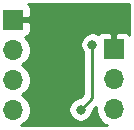
<source format=gbr>
%TF.GenerationSoftware,KiCad,Pcbnew,5.1.10-88a1d61d58~88~ubuntu20.04.1*%
%TF.CreationDate,2021-05-09T11:48:46+02:00*%
%TF.ProjectId,poti_hack,706f7469-5f68-4616-936b-2e6b69636164,rev?*%
%TF.SameCoordinates,Original*%
%TF.FileFunction,Copper,L2,Bot*%
%TF.FilePolarity,Positive*%
%FSLAX46Y46*%
G04 Gerber Fmt 4.6, Leading zero omitted, Abs format (unit mm)*
G04 Created by KiCad (PCBNEW 5.1.10-88a1d61d58~88~ubuntu20.04.1) date 2021-05-09 11:48:46*
%MOMM*%
%LPD*%
G01*
G04 APERTURE LIST*
%TA.AperFunction,ComponentPad*%
%ADD10R,1.700000X1.700000*%
%TD*%
%TA.AperFunction,ComponentPad*%
%ADD11O,1.700000X1.700000*%
%TD*%
%TA.AperFunction,ViaPad*%
%ADD12C,0.800000*%
%TD*%
%TA.AperFunction,Conductor*%
%ADD13C,0.250000*%
%TD*%
%TA.AperFunction,Conductor*%
%ADD14C,0.254000*%
%TD*%
%TA.AperFunction,Conductor*%
%ADD15C,0.100000*%
%TD*%
G04 APERTURE END LIST*
D10*
%TO.P,J1,1*%
%TO.N,GND*%
X145400000Y-132000000D03*
D11*
%TO.P,J1,2*%
%TO.N,+3V3*%
X145400000Y-134540000D03*
%TO.P,J1,3*%
%TO.N,Net-(J1-Pad3)*%
X145400000Y-137080000D03*
%TO.P,J1,4*%
%TO.N,Net-(J1-Pad4)*%
X145400000Y-139620000D03*
%TD*%
D10*
%TO.P,J2,1*%
%TO.N,GND*%
X153900000Y-134500000D03*
D11*
%TO.P,J2,2*%
%TO.N,Net-(J2-Pad2)*%
X153900000Y-137040000D03*
%TO.P,J2,3*%
%TO.N,Net-(J2-Pad3)*%
X153900000Y-139580000D03*
%TD*%
D12*
%TO.N,+3V3*%
X151100000Y-139600000D03*
X152100000Y-134100000D03*
%TO.N,GND*%
X149000000Y-133400000D03*
%TD*%
D13*
%TO.N,+3V3*%
X152100000Y-138600000D02*
X152100000Y-134100000D01*
X151100000Y-139600000D02*
X152100000Y-138600000D01*
%TD*%
D14*
%TO.N,GND*%
X155240000Y-133246112D02*
X155201185Y-133198815D01*
X155104494Y-133119463D01*
X154994180Y-133060498D01*
X154874482Y-133024188D01*
X154750000Y-133011928D01*
X154185750Y-133015000D01*
X154027000Y-133173750D01*
X154027000Y-134373000D01*
X154047000Y-134373000D01*
X154047000Y-134627000D01*
X154027000Y-134627000D01*
X154027000Y-134647000D01*
X153773000Y-134647000D01*
X153773000Y-134627000D01*
X153753000Y-134627000D01*
X153753000Y-134373000D01*
X153773000Y-134373000D01*
X153773000Y-133173750D01*
X153614250Y-133015000D01*
X153050000Y-133011928D01*
X152925518Y-133024188D01*
X152805820Y-133060498D01*
X152695506Y-133119463D01*
X152605734Y-133193137D01*
X152590256Y-133182795D01*
X152401898Y-133104774D01*
X152201939Y-133065000D01*
X151998061Y-133065000D01*
X151798102Y-133104774D01*
X151609744Y-133182795D01*
X151440226Y-133296063D01*
X151296063Y-133440226D01*
X151182795Y-133609744D01*
X151104774Y-133798102D01*
X151065000Y-133998061D01*
X151065000Y-134201939D01*
X151104774Y-134401898D01*
X151182795Y-134590256D01*
X151296063Y-134759774D01*
X151340001Y-134803712D01*
X151340000Y-138285198D01*
X151060199Y-138565000D01*
X150998061Y-138565000D01*
X150798102Y-138604774D01*
X150609744Y-138682795D01*
X150440226Y-138796063D01*
X150296063Y-138940226D01*
X150182795Y-139109744D01*
X150104774Y-139298102D01*
X150065000Y-139498061D01*
X150065000Y-139701939D01*
X150104774Y-139901898D01*
X150182795Y-140090256D01*
X150296063Y-140259774D01*
X150440226Y-140403937D01*
X150609744Y-140517205D01*
X150798102Y-140595226D01*
X150998061Y-140635000D01*
X151201939Y-140635000D01*
X151401898Y-140595226D01*
X151590256Y-140517205D01*
X151759774Y-140403937D01*
X151903937Y-140259774D01*
X152017205Y-140090256D01*
X152095226Y-139901898D01*
X152135000Y-139701939D01*
X152135000Y-139639801D01*
X152433359Y-139341443D01*
X152415000Y-139433740D01*
X152415000Y-139726260D01*
X152472068Y-140013158D01*
X152584010Y-140283411D01*
X152746525Y-140526632D01*
X152953368Y-140733475D01*
X153196589Y-140895990D01*
X153302839Y-140940000D01*
X146093730Y-140940000D01*
X146103411Y-140935990D01*
X146346632Y-140773475D01*
X146553475Y-140566632D01*
X146715990Y-140323411D01*
X146827932Y-140053158D01*
X146885000Y-139766260D01*
X146885000Y-139473740D01*
X146827932Y-139186842D01*
X146715990Y-138916589D01*
X146553475Y-138673368D01*
X146346632Y-138466525D01*
X146172240Y-138350000D01*
X146346632Y-138233475D01*
X146553475Y-138026632D01*
X146715990Y-137783411D01*
X146827932Y-137513158D01*
X146885000Y-137226260D01*
X146885000Y-136933740D01*
X146827932Y-136646842D01*
X146715990Y-136376589D01*
X146553475Y-136133368D01*
X146346632Y-135926525D01*
X146172240Y-135810000D01*
X146346632Y-135693475D01*
X146553475Y-135486632D01*
X146715990Y-135243411D01*
X146827932Y-134973158D01*
X146885000Y-134686260D01*
X146885000Y-134393740D01*
X146827932Y-134106842D01*
X146715990Y-133836589D01*
X146553475Y-133593368D01*
X146421620Y-133461513D01*
X146494180Y-133439502D01*
X146604494Y-133380537D01*
X146701185Y-133301185D01*
X146780537Y-133204494D01*
X146839502Y-133094180D01*
X146875812Y-132974482D01*
X146888072Y-132850000D01*
X146885000Y-132285750D01*
X146726250Y-132127000D01*
X145527000Y-132127000D01*
X145527000Y-132147000D01*
X145273000Y-132147000D01*
X145273000Y-132127000D01*
X145253000Y-132127000D01*
X145253000Y-131873000D01*
X145273000Y-131873000D01*
X145273000Y-131853000D01*
X145527000Y-131853000D01*
X145527000Y-131873000D01*
X146726250Y-131873000D01*
X146885000Y-131714250D01*
X146888072Y-131150000D01*
X146875812Y-131025518D01*
X146839502Y-130905820D01*
X146780537Y-130795506D01*
X146701185Y-130698815D01*
X146653889Y-130660000D01*
X155240000Y-130660000D01*
X155240000Y-133246112D01*
%TA.AperFunction,Conductor*%
D15*
G36*
X155240000Y-133246112D02*
G01*
X155201185Y-133198815D01*
X155104494Y-133119463D01*
X154994180Y-133060498D01*
X154874482Y-133024188D01*
X154750000Y-133011928D01*
X154185750Y-133015000D01*
X154027000Y-133173750D01*
X154027000Y-134373000D01*
X154047000Y-134373000D01*
X154047000Y-134627000D01*
X154027000Y-134627000D01*
X154027000Y-134647000D01*
X153773000Y-134647000D01*
X153773000Y-134627000D01*
X153753000Y-134627000D01*
X153753000Y-134373000D01*
X153773000Y-134373000D01*
X153773000Y-133173750D01*
X153614250Y-133015000D01*
X153050000Y-133011928D01*
X152925518Y-133024188D01*
X152805820Y-133060498D01*
X152695506Y-133119463D01*
X152605734Y-133193137D01*
X152590256Y-133182795D01*
X152401898Y-133104774D01*
X152201939Y-133065000D01*
X151998061Y-133065000D01*
X151798102Y-133104774D01*
X151609744Y-133182795D01*
X151440226Y-133296063D01*
X151296063Y-133440226D01*
X151182795Y-133609744D01*
X151104774Y-133798102D01*
X151065000Y-133998061D01*
X151065000Y-134201939D01*
X151104774Y-134401898D01*
X151182795Y-134590256D01*
X151296063Y-134759774D01*
X151340001Y-134803712D01*
X151340000Y-138285198D01*
X151060199Y-138565000D01*
X150998061Y-138565000D01*
X150798102Y-138604774D01*
X150609744Y-138682795D01*
X150440226Y-138796063D01*
X150296063Y-138940226D01*
X150182795Y-139109744D01*
X150104774Y-139298102D01*
X150065000Y-139498061D01*
X150065000Y-139701939D01*
X150104774Y-139901898D01*
X150182795Y-140090256D01*
X150296063Y-140259774D01*
X150440226Y-140403937D01*
X150609744Y-140517205D01*
X150798102Y-140595226D01*
X150998061Y-140635000D01*
X151201939Y-140635000D01*
X151401898Y-140595226D01*
X151590256Y-140517205D01*
X151759774Y-140403937D01*
X151903937Y-140259774D01*
X152017205Y-140090256D01*
X152095226Y-139901898D01*
X152135000Y-139701939D01*
X152135000Y-139639801D01*
X152433359Y-139341443D01*
X152415000Y-139433740D01*
X152415000Y-139726260D01*
X152472068Y-140013158D01*
X152584010Y-140283411D01*
X152746525Y-140526632D01*
X152953368Y-140733475D01*
X153196589Y-140895990D01*
X153302839Y-140940000D01*
X146093730Y-140940000D01*
X146103411Y-140935990D01*
X146346632Y-140773475D01*
X146553475Y-140566632D01*
X146715990Y-140323411D01*
X146827932Y-140053158D01*
X146885000Y-139766260D01*
X146885000Y-139473740D01*
X146827932Y-139186842D01*
X146715990Y-138916589D01*
X146553475Y-138673368D01*
X146346632Y-138466525D01*
X146172240Y-138350000D01*
X146346632Y-138233475D01*
X146553475Y-138026632D01*
X146715990Y-137783411D01*
X146827932Y-137513158D01*
X146885000Y-137226260D01*
X146885000Y-136933740D01*
X146827932Y-136646842D01*
X146715990Y-136376589D01*
X146553475Y-136133368D01*
X146346632Y-135926525D01*
X146172240Y-135810000D01*
X146346632Y-135693475D01*
X146553475Y-135486632D01*
X146715990Y-135243411D01*
X146827932Y-134973158D01*
X146885000Y-134686260D01*
X146885000Y-134393740D01*
X146827932Y-134106842D01*
X146715990Y-133836589D01*
X146553475Y-133593368D01*
X146421620Y-133461513D01*
X146494180Y-133439502D01*
X146604494Y-133380537D01*
X146701185Y-133301185D01*
X146780537Y-133204494D01*
X146839502Y-133094180D01*
X146875812Y-132974482D01*
X146888072Y-132850000D01*
X146885000Y-132285750D01*
X146726250Y-132127000D01*
X145527000Y-132127000D01*
X145527000Y-132147000D01*
X145273000Y-132147000D01*
X145273000Y-132127000D01*
X145253000Y-132127000D01*
X145253000Y-131873000D01*
X145273000Y-131873000D01*
X145273000Y-131853000D01*
X145527000Y-131853000D01*
X145527000Y-131873000D01*
X146726250Y-131873000D01*
X146885000Y-131714250D01*
X146888072Y-131150000D01*
X146875812Y-131025518D01*
X146839502Y-130905820D01*
X146780537Y-130795506D01*
X146701185Y-130698815D01*
X146653889Y-130660000D01*
X155240000Y-130660000D01*
X155240000Y-133246112D01*
G37*
%TD.AperFunction*%
%TD*%
M02*

</source>
